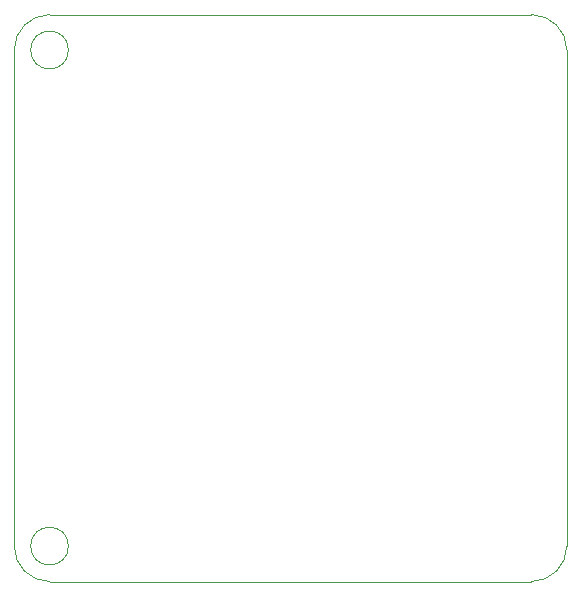
<source format=gbr>
%TF.GenerationSoftware,KiCad,Pcbnew,9.0.1*%
%TF.CreationDate,2025-10-26T23:50:52+01:00*%
%TF.ProjectId,onyks-iot-esp32-storage-rfid,6f6e796b-732d-4696-9f74-2d6573703332,rev?*%
%TF.SameCoordinates,Original*%
%TF.FileFunction,Profile,NP*%
%FSLAX46Y46*%
G04 Gerber Fmt 4.6, Leading zero omitted, Abs format (unit mm)*
G04 Created by KiCad (PCBNEW 9.0.1) date 2025-10-26 23:50:52*
%MOMM*%
%LPD*%
G01*
G04 APERTURE LIST*
%TA.AperFunction,Profile*%
%ADD10C,0.050000*%
%TD*%
G04 APERTURE END LIST*
D10*
X132400000Y-136800000D02*
G75*
G02*
X129200000Y-136800000I-1600000J0D01*
G01*
X129200000Y-136800000D02*
G75*
G02*
X132400000Y-136800000I1600000J0D01*
G01*
X174600000Y-94800000D02*
X174600000Y-136800000D01*
X130800000Y-139800000D02*
G75*
G02*
X127800000Y-136800000I0J3000000D01*
G01*
X174600000Y-136800000D02*
G75*
G02*
X171600000Y-139800000I-3000000J0D01*
G01*
X130800000Y-91800000D02*
X171600000Y-91800000D01*
X132400000Y-94800000D02*
G75*
G02*
X129200000Y-94800000I-1600000J0D01*
G01*
X129200000Y-94800000D02*
G75*
G02*
X132400000Y-94800000I1600000J0D01*
G01*
X171600000Y-139800000D02*
X130800000Y-139800000D01*
X127800000Y-136800000D02*
X127800000Y-94800000D01*
X171600000Y-91800000D02*
G75*
G02*
X174600000Y-94800000I0J-3000000D01*
G01*
X127800000Y-94800000D02*
G75*
G02*
X130800000Y-91800000I3000000J0D01*
G01*
M02*

</source>
